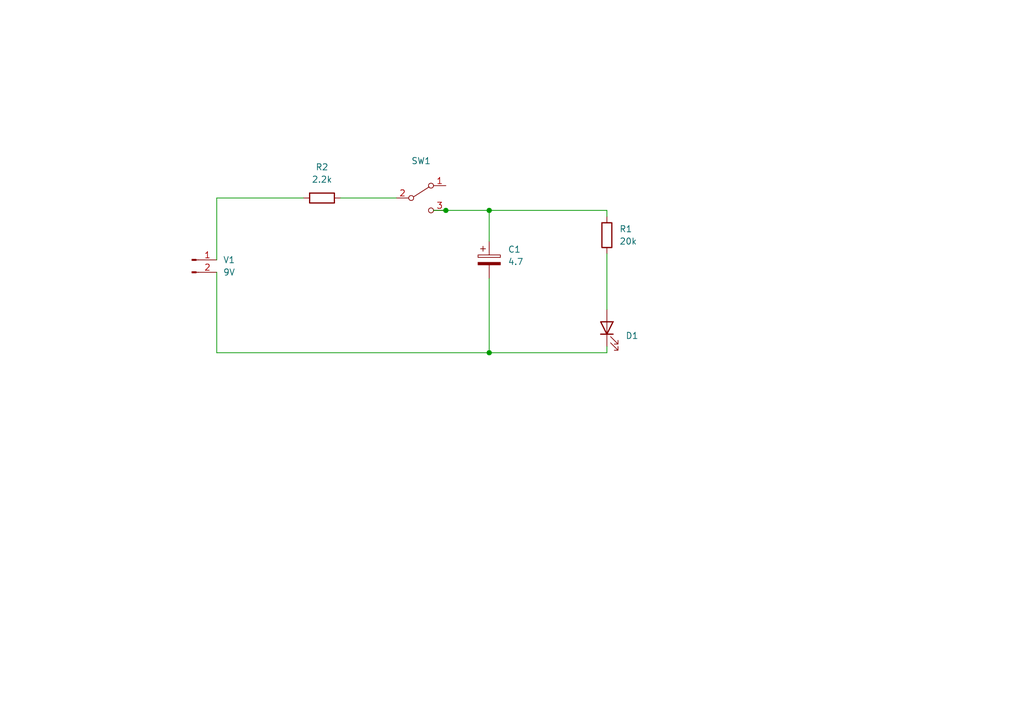
<source format=kicad_sch>
(kicad_sch (version 20211123) (generator eeschema)
  (paper "A5")
  (lib_symbols
    (symbol "Connector:Conn_01x02_Male" (pin_names (offset 1.016) hide)
      (property "Reference" "J" (at 0 2.54 0))
      (property "Value" "Conn_01x02_Male" (at 0 -5.08 0))
      (symbol "Conn_01x02_Male_1_1"
        (polyline (pts (xy 1.27 -2.54) (xy 0.8636 -2.54)) (stroke (width 0.1524)))
        (polyline (pts (xy 1.27 0) (xy 0.8636 0)) (stroke (width 0.1524)))
        (rectangle (start 0.8636 -2.413) (end 0 -2.667) (stroke (width 0.1524)) (fill (type outline)))
        (rectangle (start 0.8636 0.127) (end 0 -0.127) (stroke (width 0.1524)) (fill (type outline)))
        (pin passive line (at 5.08 0 180) (length 3.81) (name "Pin_1") (number "1"))
        (pin passive line (at 5.08 -2.54 180) (length 3.81) (name "Pin_2") (number "2"))
      )
    )
    (symbol "Device:C_Polarized" (pin_numbers hide) (pin_names (offset 0.254))
      (property "Reference" "C" (at 0.635 2.54 0))
      (property "Value" "C_Polarized" (at 0.635 -2.54 0))
      (symbol "C_Polarized_0_1"
        (rectangle (start -2.286 0.508) (end 2.286 1.016))
        (polyline (pts (xy -1.778 2.286) (xy -0.762 2.286)))
        (polyline (pts (xy -1.27 2.794) (xy -1.27 1.778)))
        (rectangle (start 2.286 -0.508) (end -2.286 -1.016) (fill (type outline)))
      )
      (symbol "C_Polarized_1_1"
        (pin passive line (at 0 3.81 270) (length 2.794) (name "~") (number "1"))
        (pin passive line (at 0 -3.81 90) (length 2.794) (name "~") (number "2"))
      )
    )
    (symbol "Device:LED" (pin_numbers hide) (pin_names (offset 1.016) hide)
      (property "Reference" "D" (at 0 2.54 0))
      (property "Value" "LED" (at 0 -2.54 0))
      (symbol "LED_0_1"
        (polyline (pts (xy -1.27 -1.27) (xy -1.27 1.27)) (stroke (width 0.254)))
        (polyline (pts (xy -1.27 0) (xy 1.27 0)))
        (polyline (pts (xy 1.27 -1.27) (xy 1.27 1.27) (xy -1.27 0) (xy 1.27 -1.27)) (stroke (width 0.254)))
        (polyline (pts (xy -3.048 -0.762) (xy -4.572 -2.286) (xy -3.81 -2.286) (xy -4.572 -2.286) (xy -4.572 -1.524)))
        (polyline (pts (xy -1.778 -0.762) (xy -3.302 -2.286) (xy -2.54 -2.286) (xy -3.302 -2.286) (xy -3.302 -1.524)))
      )
      (symbol "LED_1_1"
        (pin passive line (at -3.81 0 0) (length 2.54) (name "K") (number "1"))
        (pin passive line (at 3.81 0 180) (length 2.54) (name "A") (number "2"))
      )
    )
    (symbol "Device:R" (pin_numbers hide) (pin_names (offset 0))
      (property "Reference" "R" (at 2.032 0 90))
      (property "Value" "R" (at 0 0 90))
      (symbol "R_0_1"
        (rectangle (start -1.016 -2.54) (end 1.016 2.54) (stroke (width 0.254)))
      )
      (symbol "R_1_1"
        (pin passive line (at 0 3.81 270) (length 1.27) (name "~") (number "1"))
        (pin passive line (at 0 -3.81 90) (length 1.27) (name "~") (number "2"))
      )
    )
    (symbol "Switch:SW_SPDT" (pin_names (offset 0) hide)
      (property "Reference" "SW" (at 0 4.318 0))
      (property "Value" "SW_SPDT" (at 0 -5.08 0))
      (symbol "SW_SPDT_0_0"
        (circle (center -2.032 0) (radius 0.508))
        (circle (center 2.032 -2.54) (radius 0.508))
      )
      (symbol "SW_SPDT_0_1"
        (polyline (pts (xy -1.524 0.254) (xy 1.651 2.286)))
        (circle (center 2.032 2.54) (radius 0.508))
      )
      (symbol "SW_SPDT_1_1"
        (pin passive line (at 5.08 2.54 180) (length 2.54) (name "A") (number "1"))
        (pin passive line (at -5.08 0 0) (length 2.54) (name "B") (number "2"))
        (pin passive line (at 5.08 -2.54 180) (length 2.54) (name "C") (number "3"))
      )
    )
  )
  (junction (at 91.44 43.18))
  (junction (at 100.33 43.18))
  (junction (at 100.33 72.39))
  (wire (pts (xy 100.33 43.18) (xy 124.46 43.18)))
  (wire (pts (xy 88.9 43.18) (xy 91.44 43.18)))
  (wire (pts (xy 124.46 52.07) (xy 124.46 63.5)))
  (wire (pts (xy 100.33 72.39) (xy 100.33 57.15)))
  (wire (pts (xy 100.33 43.18) (xy 100.33 49.53)))
  (wire (pts (xy 124.46 43.18) (xy 124.46 44.45)))
  (wire (pts (xy 124.46 72.39) (xy 100.33 72.39)))
  (wire (pts (xy 44.45 72.39) (xy 100.33 72.39)))
  (wire (pts (xy 124.46 71.12) (xy 124.46 72.39)))
  (wire (pts (xy 91.44 43.18) (xy 100.33 43.18)))
  (wire (pts (xy 44.45 55.88) (xy 44.45 72.39)))
  (wire (pts (xy 69.85 40.64) (xy 81.28 40.64)))
  (wire (pts (xy 62.23 40.64) (xy 44.45 40.64)))
  (wire (pts (xy 44.45 40.64) (xy 44.45 53.34)))
  (symbol (lib_id "Switch:SW_SPDT") (at 86.36 40.64 0) (unit 1)
    (property "Reference" "SW1" (at 86.36 33.02 0))
    (property "Value" "SW_SPDT" (effects hide))
  )
  (symbol (lib_id "Connector:Conn_01x02_Male") (at 39.37 53.34 0) (unit 1)
    (property "Reference" "V1" (at 46.99 53.34 0))
    (property "Value" "9V" (at 46.99 55.88 0))
  )
  (symbol (lib_id "Device:LED") (at 124.46 67.31 90) (unit 1)
    (property "Reference" "D1" (at 128.27 68.8974 90) (effects (justify right)))
    (property "Value" "LED" (effects hide))
  )
  (symbol (lib_id "Device:C_Polarized") (at 100.33 53.34 0) (unit 1)
    (property "Reference" "C1" (at 104.14 51.1809 0) (effects (justify left)))
    (property "Value" "4.7 " (at 104.14 53.7209 0) (effects (justify left)))
  )
  (symbol (lib_id "Device:R") (at 124.46 48.26 180) (unit 1)
    (property "Reference" "R1" (at 127 46.9899 0) (effects (justify right)))
    (property "Value" "20k" (at 127 49.5299 0) (effects (justify right)))
  )
  (symbol (lib_id "Device:R") (at 66.04 40.64 90) (unit 1)
    (property "Reference" "R2" (at 66.04 34.29 90))
    (property "Value" "2.2k" (at 66.04 36.83 90))
  )
)
</source>
